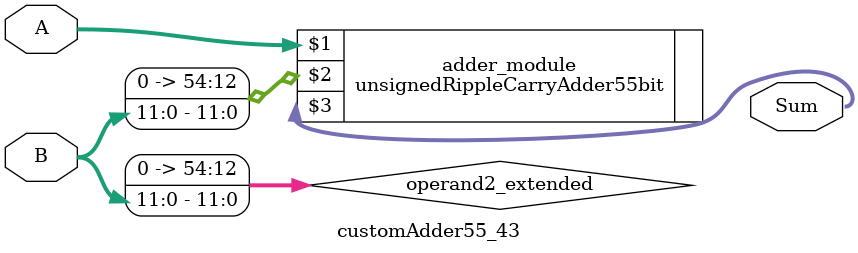
<source format=v>
module customAdder55_43(
                        input [54 : 0] A,
                        input [11 : 0] B,
                        
                        output [55 : 0] Sum
                );

        wire [54 : 0] operand2_extended;
        
        assign operand2_extended =  {43'b0, B};
        
        unsignedRippleCarryAdder55bit adder_module(
            A,
            operand2_extended,
            Sum
        );
        
        endmodule
        
</source>
